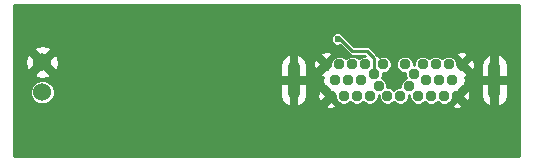
<source format=gbr>
G04 #@! TF.FileFunction,Copper,L2,Bot,Signal*
%FSLAX46Y46*%
G04 Gerber Fmt 4.6, Leading zero omitted, Abs format (unit mm)*
G04 Created by KiCad (PCBNEW 4.0.7) date 04/04/18 17:14:32*
%MOMM*%
%LPD*%
G01*
G04 APERTURE LIST*
%ADD10C,0.100000*%
%ADD11C,0.939800*%
%ADD12O,1.000000X3.300000*%
%ADD13C,1.524000*%
%ADD14C,0.600000*%
%ADD15C,0.250000*%
%ADD16C,0.254000*%
G04 APERTURE END LIST*
D10*
D11*
X154850001Y-108150000D03*
X153350001Y-108150000D03*
X152250001Y-108150000D03*
X151150001Y-108150000D03*
X150050001Y-108150000D03*
X156700001Y-108150000D03*
X158200001Y-108150000D03*
X159300001Y-108150000D03*
X160400001Y-108150000D03*
X161500001Y-108150000D03*
X155225001Y-110800000D03*
X156325001Y-110800000D03*
X153725001Y-110800000D03*
X152625001Y-110800000D03*
X151525001Y-110800000D03*
X150425001Y-110800000D03*
X157825001Y-110800000D03*
X158925001Y-110800000D03*
X160025001Y-110800000D03*
X161125001Y-110800000D03*
X154100001Y-108950000D03*
X154475001Y-110000000D03*
X157450001Y-108950000D03*
X157075001Y-110000000D03*
X153025001Y-109475000D03*
X151925001Y-109475000D03*
X150825001Y-109475000D03*
X158525001Y-109475000D03*
X159625001Y-109475000D03*
X160725001Y-109475000D03*
D12*
X164275001Y-109475000D03*
X147275001Y-109475000D03*
D13*
X126000000Y-107960000D03*
X126000000Y-110500000D03*
D14*
X133000000Y-110500000D03*
X142500000Y-110500000D03*
X151000000Y-106000000D03*
D15*
X152000000Y-106750000D02*
X151250000Y-106000000D01*
X152000000Y-106750000D02*
X152250000Y-107000000D01*
X153500000Y-107000000D02*
X154100000Y-107600000D01*
X152250000Y-107000000D02*
X153500000Y-107000000D01*
X154100000Y-108949999D02*
X154100000Y-107600000D01*
X151250000Y-106000000D02*
X151000000Y-106000000D01*
X154100001Y-108950000D02*
X154100000Y-108949999D01*
D16*
G36*
X166373000Y-115873000D02*
X123627000Y-115873000D01*
X123627000Y-110705763D01*
X124960820Y-110705763D01*
X125118665Y-111087777D01*
X125410685Y-111380308D01*
X125792423Y-111538819D01*
X126205763Y-111539180D01*
X126587777Y-111381335D01*
X126880308Y-111089315D01*
X127038819Y-110707577D01*
X127039180Y-110294237D01*
X126881335Y-109912223D01*
X126692443Y-109723000D01*
X146140001Y-109723000D01*
X146140001Y-110873000D01*
X146321303Y-111288468D01*
X146647797Y-111602929D01*
X146856792Y-111680142D01*
X147027001Y-111569225D01*
X147027001Y-109723000D01*
X147523001Y-109723000D01*
X147523001Y-111569225D01*
X147693210Y-111680142D01*
X147828936Y-111629998D01*
X149927273Y-111629998D01*
X149967474Y-111829453D01*
X150396256Y-111926179D01*
X150829414Y-111851454D01*
X150882528Y-111829453D01*
X150922729Y-111629998D01*
X160627273Y-111629998D01*
X160667474Y-111829453D01*
X161096256Y-111926179D01*
X161529414Y-111851454D01*
X161582528Y-111829453D01*
X161622729Y-111629998D01*
X161125001Y-111132269D01*
X160627273Y-111629998D01*
X150922729Y-111629998D01*
X150425001Y-111132269D01*
X149927273Y-111629998D01*
X147828936Y-111629998D01*
X147902205Y-111602929D01*
X148228699Y-111288468D01*
X148410001Y-110873000D01*
X148410001Y-110771255D01*
X149298822Y-110771255D01*
X149373547Y-111204413D01*
X149395548Y-111257527D01*
X149595003Y-111297728D01*
X150092732Y-110800000D01*
X149595003Y-110302272D01*
X149395548Y-110342473D01*
X149298822Y-110771255D01*
X148410001Y-110771255D01*
X148410001Y-109723000D01*
X147523001Y-109723000D01*
X147027001Y-109723000D01*
X146140001Y-109723000D01*
X126692443Y-109723000D01*
X126589315Y-109619692D01*
X126207577Y-109461181D01*
X125794237Y-109460820D01*
X125412223Y-109618665D01*
X125119692Y-109910685D01*
X124961181Y-110292423D01*
X124960820Y-110705763D01*
X123627000Y-110705763D01*
X123627000Y-109012941D01*
X125297784Y-109012941D01*
X125376201Y-109240509D01*
X125913714Y-109381753D01*
X126464364Y-109306549D01*
X126623799Y-109240509D01*
X126702216Y-109012941D01*
X126000000Y-108310725D01*
X125297784Y-109012941D01*
X123627000Y-109012941D01*
X123627000Y-107873714D01*
X124578247Y-107873714D01*
X124653451Y-108424364D01*
X124719491Y-108583799D01*
X124947059Y-108662216D01*
X125649275Y-107960000D01*
X126350725Y-107960000D01*
X127052941Y-108662216D01*
X127280509Y-108583799D01*
X127413682Y-108077000D01*
X146140001Y-108077000D01*
X146140001Y-109227000D01*
X147027001Y-109227000D01*
X147027001Y-107380775D01*
X147523001Y-107380775D01*
X147523001Y-109227000D01*
X148410001Y-109227000D01*
X148410001Y-108979998D01*
X149552273Y-108979998D01*
X149592474Y-109179453D01*
X149750944Y-109215201D01*
X149698822Y-109446255D01*
X149773547Y-109879413D01*
X149795548Y-109932527D01*
X149929389Y-109959503D01*
X149927273Y-109970002D01*
X150343682Y-110386412D01*
X150367474Y-110504453D01*
X150549534Y-110545523D01*
X150778123Y-110774112D01*
X150778119Y-110779151D01*
X150757270Y-110800000D01*
X150778082Y-110820812D01*
X150777971Y-110947916D01*
X150891440Y-111222532D01*
X151101364Y-111432822D01*
X151375782Y-111546770D01*
X151672917Y-111547030D01*
X151947533Y-111433561D01*
X152075039Y-111306277D01*
X152201364Y-111432822D01*
X152475782Y-111546770D01*
X152772917Y-111547030D01*
X153047533Y-111433561D01*
X153175039Y-111306277D01*
X153301364Y-111432822D01*
X153575782Y-111546770D01*
X153872917Y-111547030D01*
X154147533Y-111433561D01*
X154357823Y-111223637D01*
X154471771Y-110949219D01*
X154471948Y-110746898D01*
X154478147Y-110746903D01*
X154477971Y-110947916D01*
X154591440Y-111222532D01*
X154801364Y-111432822D01*
X155075782Y-111546770D01*
X155372917Y-111547030D01*
X155647533Y-111433561D01*
X155775039Y-111306277D01*
X155901364Y-111432822D01*
X156175782Y-111546770D01*
X156472917Y-111547030D01*
X156747533Y-111433561D01*
X156957823Y-111223637D01*
X157071771Y-110949219D01*
X157071948Y-110746898D01*
X157078147Y-110746903D01*
X157077971Y-110947916D01*
X157191440Y-111222532D01*
X157401364Y-111432822D01*
X157675782Y-111546770D01*
X157972917Y-111547030D01*
X158247533Y-111433561D01*
X158375039Y-111306277D01*
X158501364Y-111432822D01*
X158775782Y-111546770D01*
X159072917Y-111547030D01*
X159347533Y-111433561D01*
X159475039Y-111306277D01*
X159601364Y-111432822D01*
X159875782Y-111546770D01*
X160172917Y-111547030D01*
X160447533Y-111433561D01*
X160657823Y-111223637D01*
X160771771Y-110949219D01*
X160771883Y-110820849D01*
X160792732Y-110800000D01*
X161457270Y-110800000D01*
X161954999Y-111297728D01*
X162154454Y-111257527D01*
X162251180Y-110828745D01*
X162176455Y-110395587D01*
X162154454Y-110342473D01*
X161954999Y-110302272D01*
X161457270Y-110800000D01*
X160792732Y-110800000D01*
X160771920Y-110779188D01*
X160771924Y-110774067D01*
X160996630Y-110549361D01*
X161129414Y-110526454D01*
X161182528Y-110504453D01*
X161206320Y-110386412D01*
X161622729Y-109970002D01*
X161620613Y-109959503D01*
X161754454Y-109932527D01*
X161801719Y-109723000D01*
X163140001Y-109723000D01*
X163140001Y-110873000D01*
X163321303Y-111288468D01*
X163647797Y-111602929D01*
X163856792Y-111680142D01*
X164027001Y-111569225D01*
X164027001Y-109723000D01*
X164523001Y-109723000D01*
X164523001Y-111569225D01*
X164693210Y-111680142D01*
X164902205Y-111602929D01*
X165228699Y-111288468D01*
X165410001Y-110873000D01*
X165410001Y-109723000D01*
X164523001Y-109723000D01*
X164027001Y-109723000D01*
X163140001Y-109723000D01*
X161801719Y-109723000D01*
X161851180Y-109503745D01*
X161802077Y-109219108D01*
X161904414Y-109201454D01*
X161957528Y-109179453D01*
X161997729Y-108979998D01*
X161500001Y-108482269D01*
X161476631Y-108505640D01*
X161146879Y-108175888D01*
X161146883Y-108170849D01*
X161167732Y-108150000D01*
X161832270Y-108150000D01*
X162329999Y-108647728D01*
X162529454Y-108607527D01*
X162626180Y-108178745D01*
X162608628Y-108077000D01*
X163140001Y-108077000D01*
X163140001Y-109227000D01*
X164027001Y-109227000D01*
X164027001Y-107380775D01*
X164523001Y-107380775D01*
X164523001Y-109227000D01*
X165410001Y-109227000D01*
X165410001Y-108077000D01*
X165228699Y-107661532D01*
X164902205Y-107347071D01*
X164693210Y-107269858D01*
X164523001Y-107380775D01*
X164027001Y-107380775D01*
X163856792Y-107269858D01*
X163647797Y-107347071D01*
X163321303Y-107661532D01*
X163140001Y-108077000D01*
X162608628Y-108077000D01*
X162551455Y-107745587D01*
X162529454Y-107692473D01*
X162329999Y-107652272D01*
X161832270Y-108150000D01*
X161167732Y-108150000D01*
X161146920Y-108129188D01*
X161147031Y-108002084D01*
X161033562Y-107727468D01*
X160823638Y-107517178D01*
X160549220Y-107403230D01*
X160252085Y-107402970D01*
X159977469Y-107516439D01*
X159849963Y-107643723D01*
X159723638Y-107517178D01*
X159449220Y-107403230D01*
X159152085Y-107402970D01*
X158877469Y-107516439D01*
X158749963Y-107643723D01*
X158623638Y-107517178D01*
X158349220Y-107403230D01*
X158052085Y-107402970D01*
X157777469Y-107516439D01*
X157567179Y-107726363D01*
X157453231Y-108000781D01*
X157453054Y-108203102D01*
X157446855Y-108203097D01*
X157447031Y-108002084D01*
X157333562Y-107727468D01*
X157123638Y-107517178D01*
X156849220Y-107403230D01*
X156552085Y-107402970D01*
X156277469Y-107516439D01*
X156067179Y-107726363D01*
X155953231Y-108000781D01*
X155952971Y-108297916D01*
X156066440Y-108572532D01*
X156276364Y-108782822D01*
X156550782Y-108896770D01*
X156703147Y-108896903D01*
X156702971Y-109097916D01*
X156790378Y-109309456D01*
X156652469Y-109366439D01*
X156442179Y-109576363D01*
X156328231Y-109850781D01*
X156328054Y-110053102D01*
X156177085Y-110052970D01*
X155902469Y-110166439D01*
X155774963Y-110293723D01*
X155648638Y-110167178D01*
X155374220Y-110053230D01*
X155221855Y-110053097D01*
X155222031Y-109852084D01*
X155108562Y-109577468D01*
X154898638Y-109367178D01*
X154759496Y-109309401D01*
X154846771Y-109099219D01*
X154846948Y-108896898D01*
X154997917Y-108897030D01*
X155272533Y-108783561D01*
X155482823Y-108573637D01*
X155596771Y-108299219D01*
X155597031Y-108002084D01*
X155483562Y-107727468D01*
X155273638Y-107517178D01*
X154999220Y-107403230D01*
X154702085Y-107402970D01*
X154480981Y-107494328D01*
X154471400Y-107446161D01*
X154387103Y-107320002D01*
X161002273Y-107320002D01*
X161500001Y-107817731D01*
X161997729Y-107320002D01*
X161957528Y-107120547D01*
X161528746Y-107023821D01*
X161095588Y-107098546D01*
X161042474Y-107120547D01*
X161002273Y-107320002D01*
X154387103Y-107320002D01*
X154384257Y-107315743D01*
X153784257Y-106715743D01*
X153653839Y-106628600D01*
X153500000Y-106598000D01*
X152416514Y-106598000D01*
X151534257Y-105715743D01*
X151496414Y-105690457D01*
X151489442Y-105673583D01*
X151327271Y-105511129D01*
X151115276Y-105423100D01*
X150885731Y-105422900D01*
X150673583Y-105510558D01*
X150511129Y-105672729D01*
X150423100Y-105884724D01*
X150422900Y-106114269D01*
X150510558Y-106326417D01*
X150672729Y-106488871D01*
X150884724Y-106576900D01*
X151114269Y-106577100D01*
X151216390Y-106534904D01*
X151965743Y-107284257D01*
X152096161Y-107371400D01*
X152250000Y-107402000D01*
X153333486Y-107402000D01*
X153334572Y-107403086D01*
X153202085Y-107402970D01*
X152927469Y-107516439D01*
X152799963Y-107643723D01*
X152673638Y-107517178D01*
X152399220Y-107403230D01*
X152102085Y-107402970D01*
X151827469Y-107516439D01*
X151699963Y-107643723D01*
X151573638Y-107517178D01*
X151299220Y-107403230D01*
X151002085Y-107402970D01*
X150727469Y-107516439D01*
X150517179Y-107726363D01*
X150403231Y-108000781D01*
X150403119Y-108129151D01*
X150382270Y-108150000D01*
X150403082Y-108170812D01*
X150403078Y-108175933D01*
X150073371Y-108505640D01*
X150050001Y-108482269D01*
X149552273Y-108979998D01*
X148410001Y-108979998D01*
X148410001Y-108121255D01*
X148923822Y-108121255D01*
X148998547Y-108554413D01*
X149020548Y-108607527D01*
X149220003Y-108647728D01*
X149717732Y-108150000D01*
X149220003Y-107652272D01*
X149020548Y-107692473D01*
X148923822Y-108121255D01*
X148410001Y-108121255D01*
X148410001Y-108077000D01*
X148228699Y-107661532D01*
X147902205Y-107347071D01*
X147828937Y-107320002D01*
X149552273Y-107320002D01*
X150050001Y-107817731D01*
X150547729Y-107320002D01*
X150507528Y-107120547D01*
X150078746Y-107023821D01*
X149645588Y-107098546D01*
X149592474Y-107120547D01*
X149552273Y-107320002D01*
X147828937Y-107320002D01*
X147693210Y-107269858D01*
X147523001Y-107380775D01*
X147027001Y-107380775D01*
X146856792Y-107269858D01*
X146647797Y-107347071D01*
X146321303Y-107661532D01*
X146140001Y-108077000D01*
X127413682Y-108077000D01*
X127421753Y-108046286D01*
X127346549Y-107495636D01*
X127280509Y-107336201D01*
X127052941Y-107257784D01*
X126350725Y-107960000D01*
X125649275Y-107960000D01*
X124947059Y-107257784D01*
X124719491Y-107336201D01*
X124578247Y-107873714D01*
X123627000Y-107873714D01*
X123627000Y-106907059D01*
X125297784Y-106907059D01*
X126000000Y-107609275D01*
X126702216Y-106907059D01*
X126623799Y-106679491D01*
X126086286Y-106538247D01*
X125535636Y-106613451D01*
X125376201Y-106679491D01*
X125297784Y-106907059D01*
X123627000Y-106907059D01*
X123627000Y-103127000D01*
X166373000Y-103127000D01*
X166373000Y-115873000D01*
X166373000Y-115873000D01*
G37*
X166373000Y-115873000D02*
X123627000Y-115873000D01*
X123627000Y-110705763D01*
X124960820Y-110705763D01*
X125118665Y-111087777D01*
X125410685Y-111380308D01*
X125792423Y-111538819D01*
X126205763Y-111539180D01*
X126587777Y-111381335D01*
X126880308Y-111089315D01*
X127038819Y-110707577D01*
X127039180Y-110294237D01*
X126881335Y-109912223D01*
X126692443Y-109723000D01*
X146140001Y-109723000D01*
X146140001Y-110873000D01*
X146321303Y-111288468D01*
X146647797Y-111602929D01*
X146856792Y-111680142D01*
X147027001Y-111569225D01*
X147027001Y-109723000D01*
X147523001Y-109723000D01*
X147523001Y-111569225D01*
X147693210Y-111680142D01*
X147828936Y-111629998D01*
X149927273Y-111629998D01*
X149967474Y-111829453D01*
X150396256Y-111926179D01*
X150829414Y-111851454D01*
X150882528Y-111829453D01*
X150922729Y-111629998D01*
X160627273Y-111629998D01*
X160667474Y-111829453D01*
X161096256Y-111926179D01*
X161529414Y-111851454D01*
X161582528Y-111829453D01*
X161622729Y-111629998D01*
X161125001Y-111132269D01*
X160627273Y-111629998D01*
X150922729Y-111629998D01*
X150425001Y-111132269D01*
X149927273Y-111629998D01*
X147828936Y-111629998D01*
X147902205Y-111602929D01*
X148228699Y-111288468D01*
X148410001Y-110873000D01*
X148410001Y-110771255D01*
X149298822Y-110771255D01*
X149373547Y-111204413D01*
X149395548Y-111257527D01*
X149595003Y-111297728D01*
X150092732Y-110800000D01*
X149595003Y-110302272D01*
X149395548Y-110342473D01*
X149298822Y-110771255D01*
X148410001Y-110771255D01*
X148410001Y-109723000D01*
X147523001Y-109723000D01*
X147027001Y-109723000D01*
X146140001Y-109723000D01*
X126692443Y-109723000D01*
X126589315Y-109619692D01*
X126207577Y-109461181D01*
X125794237Y-109460820D01*
X125412223Y-109618665D01*
X125119692Y-109910685D01*
X124961181Y-110292423D01*
X124960820Y-110705763D01*
X123627000Y-110705763D01*
X123627000Y-109012941D01*
X125297784Y-109012941D01*
X125376201Y-109240509D01*
X125913714Y-109381753D01*
X126464364Y-109306549D01*
X126623799Y-109240509D01*
X126702216Y-109012941D01*
X126000000Y-108310725D01*
X125297784Y-109012941D01*
X123627000Y-109012941D01*
X123627000Y-107873714D01*
X124578247Y-107873714D01*
X124653451Y-108424364D01*
X124719491Y-108583799D01*
X124947059Y-108662216D01*
X125649275Y-107960000D01*
X126350725Y-107960000D01*
X127052941Y-108662216D01*
X127280509Y-108583799D01*
X127413682Y-108077000D01*
X146140001Y-108077000D01*
X146140001Y-109227000D01*
X147027001Y-109227000D01*
X147027001Y-107380775D01*
X147523001Y-107380775D01*
X147523001Y-109227000D01*
X148410001Y-109227000D01*
X148410001Y-108979998D01*
X149552273Y-108979998D01*
X149592474Y-109179453D01*
X149750944Y-109215201D01*
X149698822Y-109446255D01*
X149773547Y-109879413D01*
X149795548Y-109932527D01*
X149929389Y-109959503D01*
X149927273Y-109970002D01*
X150343682Y-110386412D01*
X150367474Y-110504453D01*
X150549534Y-110545523D01*
X150778123Y-110774112D01*
X150778119Y-110779151D01*
X150757270Y-110800000D01*
X150778082Y-110820812D01*
X150777971Y-110947916D01*
X150891440Y-111222532D01*
X151101364Y-111432822D01*
X151375782Y-111546770D01*
X151672917Y-111547030D01*
X151947533Y-111433561D01*
X152075039Y-111306277D01*
X152201364Y-111432822D01*
X152475782Y-111546770D01*
X152772917Y-111547030D01*
X153047533Y-111433561D01*
X153175039Y-111306277D01*
X153301364Y-111432822D01*
X153575782Y-111546770D01*
X153872917Y-111547030D01*
X154147533Y-111433561D01*
X154357823Y-111223637D01*
X154471771Y-110949219D01*
X154471948Y-110746898D01*
X154478147Y-110746903D01*
X154477971Y-110947916D01*
X154591440Y-111222532D01*
X154801364Y-111432822D01*
X155075782Y-111546770D01*
X155372917Y-111547030D01*
X155647533Y-111433561D01*
X155775039Y-111306277D01*
X155901364Y-111432822D01*
X156175782Y-111546770D01*
X156472917Y-111547030D01*
X156747533Y-111433561D01*
X156957823Y-111223637D01*
X157071771Y-110949219D01*
X157071948Y-110746898D01*
X157078147Y-110746903D01*
X157077971Y-110947916D01*
X157191440Y-111222532D01*
X157401364Y-111432822D01*
X157675782Y-111546770D01*
X157972917Y-111547030D01*
X158247533Y-111433561D01*
X158375039Y-111306277D01*
X158501364Y-111432822D01*
X158775782Y-111546770D01*
X159072917Y-111547030D01*
X159347533Y-111433561D01*
X159475039Y-111306277D01*
X159601364Y-111432822D01*
X159875782Y-111546770D01*
X160172917Y-111547030D01*
X160447533Y-111433561D01*
X160657823Y-111223637D01*
X160771771Y-110949219D01*
X160771883Y-110820849D01*
X160792732Y-110800000D01*
X161457270Y-110800000D01*
X161954999Y-111297728D01*
X162154454Y-111257527D01*
X162251180Y-110828745D01*
X162176455Y-110395587D01*
X162154454Y-110342473D01*
X161954999Y-110302272D01*
X161457270Y-110800000D01*
X160792732Y-110800000D01*
X160771920Y-110779188D01*
X160771924Y-110774067D01*
X160996630Y-110549361D01*
X161129414Y-110526454D01*
X161182528Y-110504453D01*
X161206320Y-110386412D01*
X161622729Y-109970002D01*
X161620613Y-109959503D01*
X161754454Y-109932527D01*
X161801719Y-109723000D01*
X163140001Y-109723000D01*
X163140001Y-110873000D01*
X163321303Y-111288468D01*
X163647797Y-111602929D01*
X163856792Y-111680142D01*
X164027001Y-111569225D01*
X164027001Y-109723000D01*
X164523001Y-109723000D01*
X164523001Y-111569225D01*
X164693210Y-111680142D01*
X164902205Y-111602929D01*
X165228699Y-111288468D01*
X165410001Y-110873000D01*
X165410001Y-109723000D01*
X164523001Y-109723000D01*
X164027001Y-109723000D01*
X163140001Y-109723000D01*
X161801719Y-109723000D01*
X161851180Y-109503745D01*
X161802077Y-109219108D01*
X161904414Y-109201454D01*
X161957528Y-109179453D01*
X161997729Y-108979998D01*
X161500001Y-108482269D01*
X161476631Y-108505640D01*
X161146879Y-108175888D01*
X161146883Y-108170849D01*
X161167732Y-108150000D01*
X161832270Y-108150000D01*
X162329999Y-108647728D01*
X162529454Y-108607527D01*
X162626180Y-108178745D01*
X162608628Y-108077000D01*
X163140001Y-108077000D01*
X163140001Y-109227000D01*
X164027001Y-109227000D01*
X164027001Y-107380775D01*
X164523001Y-107380775D01*
X164523001Y-109227000D01*
X165410001Y-109227000D01*
X165410001Y-108077000D01*
X165228699Y-107661532D01*
X164902205Y-107347071D01*
X164693210Y-107269858D01*
X164523001Y-107380775D01*
X164027001Y-107380775D01*
X163856792Y-107269858D01*
X163647797Y-107347071D01*
X163321303Y-107661532D01*
X163140001Y-108077000D01*
X162608628Y-108077000D01*
X162551455Y-107745587D01*
X162529454Y-107692473D01*
X162329999Y-107652272D01*
X161832270Y-108150000D01*
X161167732Y-108150000D01*
X161146920Y-108129188D01*
X161147031Y-108002084D01*
X161033562Y-107727468D01*
X160823638Y-107517178D01*
X160549220Y-107403230D01*
X160252085Y-107402970D01*
X159977469Y-107516439D01*
X159849963Y-107643723D01*
X159723638Y-107517178D01*
X159449220Y-107403230D01*
X159152085Y-107402970D01*
X158877469Y-107516439D01*
X158749963Y-107643723D01*
X158623638Y-107517178D01*
X158349220Y-107403230D01*
X158052085Y-107402970D01*
X157777469Y-107516439D01*
X157567179Y-107726363D01*
X157453231Y-108000781D01*
X157453054Y-108203102D01*
X157446855Y-108203097D01*
X157447031Y-108002084D01*
X157333562Y-107727468D01*
X157123638Y-107517178D01*
X156849220Y-107403230D01*
X156552085Y-107402970D01*
X156277469Y-107516439D01*
X156067179Y-107726363D01*
X155953231Y-108000781D01*
X155952971Y-108297916D01*
X156066440Y-108572532D01*
X156276364Y-108782822D01*
X156550782Y-108896770D01*
X156703147Y-108896903D01*
X156702971Y-109097916D01*
X156790378Y-109309456D01*
X156652469Y-109366439D01*
X156442179Y-109576363D01*
X156328231Y-109850781D01*
X156328054Y-110053102D01*
X156177085Y-110052970D01*
X155902469Y-110166439D01*
X155774963Y-110293723D01*
X155648638Y-110167178D01*
X155374220Y-110053230D01*
X155221855Y-110053097D01*
X155222031Y-109852084D01*
X155108562Y-109577468D01*
X154898638Y-109367178D01*
X154759496Y-109309401D01*
X154846771Y-109099219D01*
X154846948Y-108896898D01*
X154997917Y-108897030D01*
X155272533Y-108783561D01*
X155482823Y-108573637D01*
X155596771Y-108299219D01*
X155597031Y-108002084D01*
X155483562Y-107727468D01*
X155273638Y-107517178D01*
X154999220Y-107403230D01*
X154702085Y-107402970D01*
X154480981Y-107494328D01*
X154471400Y-107446161D01*
X154387103Y-107320002D01*
X161002273Y-107320002D01*
X161500001Y-107817731D01*
X161997729Y-107320002D01*
X161957528Y-107120547D01*
X161528746Y-107023821D01*
X161095588Y-107098546D01*
X161042474Y-107120547D01*
X161002273Y-107320002D01*
X154387103Y-107320002D01*
X154384257Y-107315743D01*
X153784257Y-106715743D01*
X153653839Y-106628600D01*
X153500000Y-106598000D01*
X152416514Y-106598000D01*
X151534257Y-105715743D01*
X151496414Y-105690457D01*
X151489442Y-105673583D01*
X151327271Y-105511129D01*
X151115276Y-105423100D01*
X150885731Y-105422900D01*
X150673583Y-105510558D01*
X150511129Y-105672729D01*
X150423100Y-105884724D01*
X150422900Y-106114269D01*
X150510558Y-106326417D01*
X150672729Y-106488871D01*
X150884724Y-106576900D01*
X151114269Y-106577100D01*
X151216390Y-106534904D01*
X151965743Y-107284257D01*
X152096161Y-107371400D01*
X152250000Y-107402000D01*
X153333486Y-107402000D01*
X153334572Y-107403086D01*
X153202085Y-107402970D01*
X152927469Y-107516439D01*
X152799963Y-107643723D01*
X152673638Y-107517178D01*
X152399220Y-107403230D01*
X152102085Y-107402970D01*
X151827469Y-107516439D01*
X151699963Y-107643723D01*
X151573638Y-107517178D01*
X151299220Y-107403230D01*
X151002085Y-107402970D01*
X150727469Y-107516439D01*
X150517179Y-107726363D01*
X150403231Y-108000781D01*
X150403119Y-108129151D01*
X150382270Y-108150000D01*
X150403082Y-108170812D01*
X150403078Y-108175933D01*
X150073371Y-108505640D01*
X150050001Y-108482269D01*
X149552273Y-108979998D01*
X148410001Y-108979998D01*
X148410001Y-108121255D01*
X148923822Y-108121255D01*
X148998547Y-108554413D01*
X149020548Y-108607527D01*
X149220003Y-108647728D01*
X149717732Y-108150000D01*
X149220003Y-107652272D01*
X149020548Y-107692473D01*
X148923822Y-108121255D01*
X148410001Y-108121255D01*
X148410001Y-108077000D01*
X148228699Y-107661532D01*
X147902205Y-107347071D01*
X147828937Y-107320002D01*
X149552273Y-107320002D01*
X150050001Y-107817731D01*
X150547729Y-107320002D01*
X150507528Y-107120547D01*
X150078746Y-107023821D01*
X149645588Y-107098546D01*
X149592474Y-107120547D01*
X149552273Y-107320002D01*
X147828937Y-107320002D01*
X147693210Y-107269858D01*
X147523001Y-107380775D01*
X147027001Y-107380775D01*
X146856792Y-107269858D01*
X146647797Y-107347071D01*
X146321303Y-107661532D01*
X146140001Y-108077000D01*
X127413682Y-108077000D01*
X127421753Y-108046286D01*
X127346549Y-107495636D01*
X127280509Y-107336201D01*
X127052941Y-107257784D01*
X126350725Y-107960000D01*
X125649275Y-107960000D01*
X124947059Y-107257784D01*
X124719491Y-107336201D01*
X124578247Y-107873714D01*
X123627000Y-107873714D01*
X123627000Y-106907059D01*
X125297784Y-106907059D01*
X126000000Y-107609275D01*
X126702216Y-106907059D01*
X126623799Y-106679491D01*
X126086286Y-106538247D01*
X125535636Y-106613451D01*
X125376201Y-106679491D01*
X125297784Y-106907059D01*
X123627000Y-106907059D01*
X123627000Y-103127000D01*
X166373000Y-103127000D01*
X166373000Y-115873000D01*
M02*

</source>
